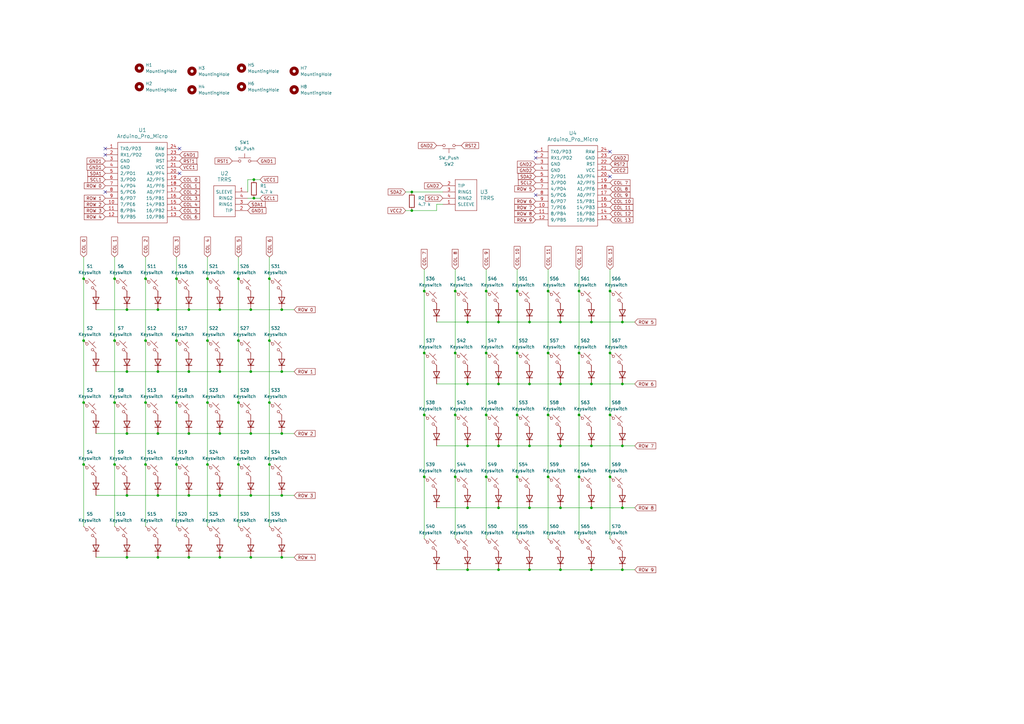
<source format=kicad_sch>
(kicad_sch (version 20230121) (generator eeschema)
  (paper "A3")
  (junction (at 102.87 228.6))
  (junction (at 115.57 203.2))
  (junction (at 217.17 132.08))
  (junction (at 34.29 114.3))
  (junction (at 250.19 170.18))
  (junction (at 168.91 78.74))
  (junction (at 212.09 119.38))
  (junction (at 72.39 190.5))
  (junction (at 242.57 233.68))
  (junction (at 255.27 182.88))
  (junction (at 229.87 132.08))
  (junction (at 97.79 114.3))
  (junction (at 191.77 233.68))
  (junction (at 115.57 177.8))
  (junction (at 168.91 86.36))
  (junction (at 90.17 203.2))
  (junction (at 173.99 195.58))
  (junction (at 229.87 208.28))
  (junction (at 64.77 152.4))
  (junction (at 217.17 157.48))
  (junction (at 229.87 182.88))
  (junction (at 173.99 119.38))
  (junction (at 199.39 195.58))
  (junction (at 52.07 203.2))
  (junction (at 102.87 177.8))
  (junction (at 186.69 170.18))
  (junction (at 186.69 144.78))
  (junction (at 224.79 170.18))
  (junction (at 204.47 132.08))
  (junction (at 85.09 139.7))
  (junction (at 52.07 152.4))
  (junction (at 224.79 195.58))
  (junction (at 77.47 228.6))
  (junction (at 59.69 190.5))
  (junction (at 217.17 208.28))
  (junction (at 242.57 132.08))
  (junction (at 250.19 119.38))
  (junction (at 224.79 144.78))
  (junction (at 237.49 144.78))
  (junction (at 110.49 114.3))
  (junction (at 90.17 177.8))
  (junction (at 77.47 177.8))
  (junction (at 186.69 195.58))
  (junction (at 204.47 208.28))
  (junction (at 255.27 233.68))
  (junction (at 237.49 119.38))
  (junction (at 34.29 165.1))
  (junction (at 224.79 119.38))
  (junction (at 255.27 132.08))
  (junction (at 52.07 177.8))
  (junction (at 173.99 144.78))
  (junction (at 191.77 208.28))
  (junction (at 64.77 228.6))
  (junction (at 186.69 119.38))
  (junction (at 212.09 144.78))
  (junction (at 102.87 203.2))
  (junction (at 102.87 152.4))
  (junction (at 212.09 170.18))
  (junction (at 229.87 157.48))
  (junction (at 72.39 114.3))
  (junction (at 77.47 203.2))
  (junction (at 97.79 139.7))
  (junction (at 34.29 190.5))
  (junction (at 237.49 195.58))
  (junction (at 204.47 157.48))
  (junction (at 212.09 195.58))
  (junction (at 191.77 182.88))
  (junction (at 217.17 182.88))
  (junction (at 250.19 195.58))
  (junction (at 217.17 233.68))
  (junction (at 85.09 114.3))
  (junction (at 52.07 127))
  (junction (at 64.77 127))
  (junction (at 64.77 203.2))
  (junction (at 191.77 132.08))
  (junction (at 229.87 233.68))
  (junction (at 46.99 165.1))
  (junction (at 191.77 157.48))
  (junction (at 199.39 144.78))
  (junction (at 77.47 152.4))
  (junction (at 34.29 139.7))
  (junction (at 115.57 152.4))
  (junction (at 46.99 114.3))
  (junction (at 46.99 190.5))
  (junction (at 72.39 165.1))
  (junction (at 204.47 233.68))
  (junction (at 242.57 157.48))
  (junction (at 85.09 165.1))
  (junction (at 199.39 170.18))
  (junction (at 237.49 170.18))
  (junction (at 110.49 190.5))
  (junction (at 85.09 190.5))
  (junction (at 115.57 127))
  (junction (at 52.07 228.6))
  (junction (at 199.39 119.38))
  (junction (at 90.17 228.6))
  (junction (at 242.57 208.28))
  (junction (at 90.17 127))
  (junction (at 59.69 165.1))
  (junction (at 173.99 170.18))
  (junction (at 255.27 208.28))
  (junction (at 255.27 157.48))
  (junction (at 242.57 182.88))
  (junction (at 77.47 127))
  (junction (at 102.87 127))
  (junction (at 59.69 114.3))
  (junction (at 250.19 144.78))
  (junction (at 104.14 81.28))
  (junction (at 115.57 228.6))
  (junction (at 97.79 165.1))
  (junction (at 110.49 165.1))
  (junction (at 72.39 139.7))
  (junction (at 64.77 177.8))
  (junction (at 59.69 139.7))
  (junction (at 204.47 182.88))
  (junction (at 46.99 139.7))
  (junction (at 97.79 190.5))
  (junction (at 110.49 139.7))
  (junction (at 90.17 152.4))
  (junction (at 104.14 73.66))
  (no_connect (at 219.71 80.01))
  (no_connect (at 43.18 78.74))
  (no_connect (at 43.18 60.96))
  (no_connect (at 250.19 72.39))
  (no_connect (at 73.66 60.96))
  (no_connect (at 250.19 62.23))
  (no_connect (at 73.66 71.12))
  (no_connect (at 219.71 64.77))
  (no_connect (at 43.18 63.5))
  (no_connect (at 219.71 62.23))
  (wire (pts (xy 110.49 165.1) (xy 110.49 190.5)))
  (wire (pts (xy 85.09 139.7) (xy 85.09 165.1)))
  (wire (pts (xy 64.77 152.4) (xy 77.47 152.4)))
  (wire (pts (xy 64.77 203.2) (xy 77.47 203.2)))
  (wire (pts (xy 250.19 144.78) (xy 250.19 170.18)))
  (wire (pts (xy 64.77 127) (xy 77.47 127)))
  (wire (pts (xy 212.09 110.49) (xy 212.09 119.38)))
  (wire (pts (xy 72.39 190.5) (xy 72.39 215.9)))
  (wire (pts (xy 237.49 170.18) (xy 237.49 195.58)))
  (wire (pts (xy 77.47 203.2) (xy 90.17 203.2)))
  (wire (pts (xy 242.57 233.68) (xy 255.27 233.68)))
  (wire (pts (xy 242.57 182.88) (xy 255.27 182.88)))
  (wire (pts (xy 237.49 195.58) (xy 237.49 220.98)))
  (wire (pts (xy 110.49 114.3) (xy 110.49 139.7)))
  (wire (pts (xy 59.69 105.41) (xy 59.69 114.3)))
  (wire (pts (xy 199.39 110.49) (xy 199.39 119.38)))
  (wire (pts (xy 39.37 127) (xy 52.07 127)))
  (wire (pts (xy 52.07 203.2) (xy 64.77 203.2)))
  (wire (pts (xy 191.77 208.28) (xy 204.47 208.28)))
  (wire (pts (xy 242.57 132.08) (xy 255.27 132.08)))
  (wire (pts (xy 204.47 182.88) (xy 217.17 182.88)))
  (wire (pts (xy 217.17 233.68) (xy 229.87 233.68)))
  (wire (pts (xy 59.69 190.5) (xy 59.69 215.9)))
  (wire (pts (xy 186.69 170.18) (xy 186.69 195.58)))
  (wire (pts (xy 85.09 114.3) (xy 85.09 139.7)))
  (wire (pts (xy 110.49 190.5) (xy 110.49 215.9)))
  (wire (pts (xy 250.19 170.18) (xy 250.19 195.58)))
  (wire (pts (xy 39.37 152.4) (xy 52.07 152.4)))
  (wire (pts (xy 77.47 127) (xy 90.17 127)))
  (wire (pts (xy 255.27 157.48) (xy 260.35 157.48)))
  (wire (pts (xy 97.79 190.5) (xy 97.79 215.9)))
  (wire (pts (xy 102.87 177.8) (xy 115.57 177.8)))
  (wire (pts (xy 191.77 233.68) (xy 204.47 233.68)))
  (wire (pts (xy 229.87 182.88) (xy 242.57 182.88)))
  (wire (pts (xy 179.07 83.82) (xy 181.61 83.82)))
  (wire (pts (xy 199.39 144.78) (xy 199.39 170.18)))
  (wire (pts (xy 77.47 177.8) (xy 90.17 177.8)))
  (wire (pts (xy 224.79 110.49) (xy 224.79 119.38)))
  (wire (pts (xy 186.69 110.49) (xy 186.69 119.38)))
  (wire (pts (xy 212.09 195.58) (xy 212.09 220.98)))
  (wire (pts (xy 64.77 228.6) (xy 77.47 228.6)))
  (wire (pts (xy 52.07 152.4) (xy 64.77 152.4)))
  (wire (pts (xy 115.57 203.2) (xy 120.65 203.2)))
  (wire (pts (xy 46.99 139.7) (xy 46.99 165.1)))
  (wire (pts (xy 204.47 132.08) (xy 217.17 132.08)))
  (wire (pts (xy 85.09 165.1) (xy 85.09 190.5)))
  (wire (pts (xy 173.99 110.49) (xy 173.99 119.38)))
  (wire (pts (xy 72.39 165.1) (xy 72.39 190.5)))
  (wire (pts (xy 212.09 170.18) (xy 212.09 195.58)))
  (wire (pts (xy 59.69 139.7) (xy 59.69 165.1)))
  (wire (pts (xy 115.57 177.8) (xy 120.65 177.8)))
  (wire (pts (xy 46.99 114.3) (xy 46.99 139.7)))
  (wire (pts (xy 204.47 233.68) (xy 217.17 233.68)))
  (wire (pts (xy 186.69 195.58) (xy 186.69 220.98)))
  (wire (pts (xy 72.39 139.7) (xy 72.39 165.1)))
  (wire (pts (xy 85.09 190.5) (xy 85.09 215.9)))
  (wire (pts (xy 173.99 144.78) (xy 173.99 170.18)))
  (wire (pts (xy 173.99 170.18) (xy 173.99 195.58)))
  (wire (pts (xy 224.79 119.38) (xy 224.79 144.78)))
  (wire (pts (xy 46.99 105.41) (xy 46.99 114.3)))
  (wire (pts (xy 242.57 157.48) (xy 255.27 157.48)))
  (wire (pts (xy 179.07 233.68) (xy 191.77 233.68)))
  (wire (pts (xy 191.77 157.48) (xy 204.47 157.48)))
  (wire (pts (xy 104.14 73.66) (xy 106.68 73.66)))
  (wire (pts (xy 110.49 105.41) (xy 110.49 114.3)))
  (wire (pts (xy 52.07 177.8) (xy 64.77 177.8)))
  (wire (pts (xy 102.87 152.4) (xy 115.57 152.4)))
  (wire (pts (xy 250.19 110.49) (xy 250.19 119.38)))
  (wire (pts (xy 255.27 182.88) (xy 260.35 182.88)))
  (wire (pts (xy 104.14 81.28) (xy 106.68 81.28)))
  (wire (pts (xy 101.6 81.28) (xy 104.14 81.28)))
  (wire (pts (xy 179.07 182.88) (xy 191.77 182.88)))
  (wire (pts (xy 255.27 208.28) (xy 260.35 208.28)))
  (wire (pts (xy 34.29 139.7) (xy 34.29 165.1)))
  (wire (pts (xy 110.49 139.7) (xy 110.49 165.1)))
  (wire (pts (xy 101.6 78.74) (xy 101.6 73.66)))
  (wire (pts (xy 229.87 157.48) (xy 242.57 157.48)))
  (wire (pts (xy 212.09 119.38) (xy 212.09 144.78)))
  (wire (pts (xy 229.87 208.28) (xy 242.57 208.28)))
  (wire (pts (xy 217.17 182.88) (xy 229.87 182.88)))
  (wire (pts (xy 72.39 114.3) (xy 72.39 139.7)))
  (wire (pts (xy 97.79 139.7) (xy 97.79 165.1)))
  (wire (pts (xy 179.07 86.36) (xy 179.07 83.82)))
  (wire (pts (xy 77.47 228.6) (xy 90.17 228.6)))
  (wire (pts (xy 255.27 233.68) (xy 260.35 233.68)))
  (wire (pts (xy 102.87 228.6) (xy 115.57 228.6)))
  (wire (pts (xy 191.77 182.88) (xy 204.47 182.88)))
  (wire (pts (xy 46.99 165.1) (xy 46.99 190.5)))
  (wire (pts (xy 212.09 144.78) (xy 212.09 170.18)))
  (wire (pts (xy 179.07 157.48) (xy 191.77 157.48)))
  (wire (pts (xy 90.17 228.6) (xy 102.87 228.6)))
  (wire (pts (xy 217.17 157.48) (xy 229.87 157.48)))
  (wire (pts (xy 199.39 170.18) (xy 199.39 195.58)))
  (wire (pts (xy 34.29 114.3) (xy 34.29 139.7)))
  (wire (pts (xy 237.49 119.38) (xy 237.49 144.78)))
  (wire (pts (xy 39.37 203.2) (xy 52.07 203.2)))
  (wire (pts (xy 64.77 177.8) (xy 77.47 177.8)))
  (wire (pts (xy 217.17 132.08) (xy 229.87 132.08)))
  (wire (pts (xy 34.29 165.1) (xy 34.29 190.5)))
  (wire (pts (xy 97.79 165.1) (xy 97.79 190.5)))
  (wire (pts (xy 115.57 127) (xy 120.65 127)))
  (wire (pts (xy 166.37 86.36) (xy 168.91 86.36)))
  (wire (pts (xy 199.39 195.58) (xy 199.39 220.98)))
  (wire (pts (xy 217.17 208.28) (xy 229.87 208.28)))
  (wire (pts (xy 168.91 86.36) (xy 179.07 86.36)))
  (wire (pts (xy 34.29 105.41) (xy 34.29 114.3)))
  (wire (pts (xy 90.17 203.2) (xy 102.87 203.2)))
  (wire (pts (xy 39.37 228.6) (xy 52.07 228.6)))
  (wire (pts (xy 52.07 228.6) (xy 64.77 228.6)))
  (wire (pts (xy 186.69 119.38) (xy 186.69 144.78)))
  (wire (pts (xy 191.77 132.08) (xy 204.47 132.08)))
  (wire (pts (xy 72.39 105.41) (xy 72.39 114.3)))
  (wire (pts (xy 97.79 105.41) (xy 97.79 114.3)))
  (wire (pts (xy 242.57 208.28) (xy 255.27 208.28)))
  (wire (pts (xy 90.17 127) (xy 102.87 127)))
  (wire (pts (xy 52.07 127) (xy 64.77 127)))
  (wire (pts (xy 115.57 152.4) (xy 120.65 152.4)))
  (wire (pts (xy 237.49 110.49) (xy 237.49 119.38)))
  (wire (pts (xy 77.47 152.4) (xy 90.17 152.4)))
  (wire (pts (xy 168.91 78.74) (xy 181.61 78.74)))
  (wire (pts (xy 199.39 119.38) (xy 199.39 144.78)))
  (wire (pts (xy 173.99 195.58) (xy 173.99 220.98)))
  (wire (pts (xy 97.79 114.3) (xy 97.79 139.7)))
  (wire (pts (xy 250.19 195.58) (xy 250.19 220.98)))
  (wire (pts (xy 102.87 127) (xy 115.57 127)))
  (wire (pts (xy 90.17 152.4) (xy 102.87 152.4)))
  (wire (pts (xy 204.47 157.48) (xy 217.17 157.48)))
  (wire (pts (xy 39.37 177.8) (xy 52.07 177.8)))
  (wire (pts (xy 46.99 190.5) (xy 46.99 215.9)))
  (wire (pts (xy 102.87 203.2) (xy 115.57 203.2)))
  (wire (pts (xy 85.09 105.41) (xy 85.09 114.3)))
  (wire (pts (xy 229.87 233.68) (xy 242.57 233.68)))
  (wire (pts (xy 250.19 119.38) (xy 250.19 144.78)))
  (wire (pts (xy 179.07 132.08) (xy 191.77 132.08)))
  (wire (pts (xy 173.99 119.38) (xy 173.99 144.78)))
  (wire (pts (xy 101.6 73.66) (xy 104.14 73.66)))
  (wire (pts (xy 237.49 144.78) (xy 237.49 170.18)))
  (wire (pts (xy 59.69 114.3) (xy 59.69 139.7)))
  (wire (pts (xy 115.57 228.6) (xy 120.65 228.6)))
  (wire (pts (xy 186.69 144.78) (xy 186.69 170.18)))
  (wire (pts (xy 166.37 78.74) (xy 168.91 78.74)))
  (wire (pts (xy 229.87 132.08) (xy 242.57 132.08)))
  (wire (pts (xy 224.79 170.18) (xy 224.79 195.58)))
  (wire (pts (xy 204.47 208.28) (xy 217.17 208.28)))
  (wire (pts (xy 224.79 195.58) (xy 224.79 220.98)))
  (wire (pts (xy 90.17 177.8) (xy 102.87 177.8)))
  (wire (pts (xy 255.27 132.08) (xy 260.35 132.08)))
  (wire (pts (xy 59.69 165.1) (xy 59.69 190.5)))
  (wire (pts (xy 179.07 208.28) (xy 191.77 208.28)))
  (wire (pts (xy 224.79 144.78) (xy 224.79 170.18)))
  (wire (pts (xy 34.29 190.5) (xy 34.29 215.9)))
  (global_label "COL 13" (shape input) (at 250.19 110.49 90) (property "Intersheetrefs" "${INTERSHEET_REFS}" (effects hide)))
  (global_label "COL 9" (shape input) (at 199.39 110.49 90) (property "Intersheetrefs" "${INTERSHEET_REFS}" (effects hide)))
  (global_label "COL 10" (shape input) (at 250.19 82.55 0) (property "Intersheetrefs" "${INTERSHEET_REFS}" (effects hide)))
  (global_label "COL 5" (shape input) (at 73.66 86.36 0) (property "Intersheetrefs" "${INTERSHEET_REFS}" (effects hide)))
  (global_label "COL 5" (shape input) (at 97.79 105.41 90) (property "Intersheetrefs" "${INTERSHEET_REFS}" (effects hide)))
  (global_label "COL 1" (shape input) (at 73.66 76.2 0) (property "Intersheetrefs" "${INTERSHEET_REFS}" (effects hide)))
  (global_label "VCC2" (shape input) (at 250.19 69.85 0) (property "Intersheetrefs" "${INTERSHEET_REFS}" (effects hide)))
  (global_label "GND2" (shape input) (at 250.19 64.77 0) (property "Intersheetrefs" "${INTERSHEET_REFS}" (effects hide)))
  (global_label "COL 10" (shape input) (at 212.09 110.49 90) (property "Intersheetrefs" "${INTERSHEET_REFS}" (effects hide)))
  (global_label "ROW 5" (shape input) (at 219.71 77.47 180) (property "Intersheetrefs" "${INTERSHEET_REFS}" (effects hide)))
  (global_label "ROW 6" (shape input) (at 219.71 82.55 180) (property "Intersheetrefs" "${INTERSHEET_REFS}" (effects hide)))
  (global_label "SDA1" (shape input) (at 43.18 71.12 180) (property "Intersheetrefs" "${INTERSHEET_REFS}" (effects hide)))
  (global_label "ROW 9" (shape input) (at 219.71 90.17 180) (property "Intersheetrefs" "${INTERSHEET_REFS}" (effects hide)))
  (global_label "GND1" (shape input) (at 105.41 66.04 0) (property "Intersheetrefs" "${INTERSHEET_REFS}" (effects hide)))
  (global_label "COL 7" (shape input) (at 250.19 74.93 0) (property "Intersheetrefs" "${INTERSHEET_REFS}" (effects hide)))
  (global_label "COL 8" (shape input) (at 250.19 77.47 0) (property "Intersheetrefs" "${INTERSHEET_REFS}" (effects hide)))
  (global_label "GND1" (shape input) (at 73.66 63.5 0) (property "Intersheetrefs" "${INTERSHEET_REFS}" (effects hide)))
  (global_label "SDA2" (shape input) (at 166.37 78.74 180) (property "Intersheetrefs" "${INTERSHEET_REFS}" (effects hide)))
  (global_label "ROW 0" (shape input) (at 120.65 127 0) (property "Intersheetrefs" "${INTERSHEET_REFS}" (effects hide)))
  (global_label "COL 1" (shape input) (at 46.99 105.41 90) (property "Intersheetrefs" "${INTERSHEET_REFS}" (effects hide)))
  (global_label "SCL1" (shape input) (at 43.18 73.66 180) (property "Intersheetrefs" "${INTERSHEET_REFS}" (effects hide)))
  (global_label "GND1" (shape input) (at 43.18 68.58 180) (property "Intersheetrefs" "${INTERSHEET_REFS}" (effects hide)))
  (global_label "ROW 8" (shape input) (at 260.35 208.28 0) (property "Intersheetrefs" "${INTERSHEET_REFS}" (effects hide)))
  (global_label "GND1" (shape input) (at 101.6 86.36 0) (property "Intersheetrefs" "${INTERSHEET_REFS}" (effects hide)))
  (global_label "ROW 1" (shape input) (at 120.65 152.4 0) (property "Intersheetrefs" "${INTERSHEET_REFS}" (effects hide)))
  (global_label "VCC1" (shape input) (at 73.66 68.58 0) (property "Intersheetrefs" "${INTERSHEET_REFS}" (effects hide)))
  (global_label "COL 12" (shape input) (at 250.19 87.63 0) (property "Intersheetrefs" "${INTERSHEET_REFS}" (effects hide)))
  (global_label "SCL2" (shape input) (at 219.71 74.93 180) (property "Intersheetrefs" "${INTERSHEET_REFS}" (effects hide)))
  (global_label "COL 8" (shape input) (at 186.69 110.49 90) (property "Intersheetrefs" "${INTERSHEET_REFS}" (effects hide)))
  (global_label "VCC1" (shape input) (at 106.68 73.66 0) (property "Intersheetrefs" "${INTERSHEET_REFS}" (effects hide)))
  (global_label "COL 0" (shape input) (at 34.29 105.41 90) (property "Intersheetrefs" "${INTERSHEET_REFS}" (effects hide)))
  (global_label "SCL1" (shape input) (at 106.68 81.28 0) (property "Intersheetrefs" "${INTERSHEET_REFS}" (effects hide)))
  (global_label "COL 9" (shape input) (at 250.19 80.01 0) (property "Intersheetrefs" "${INTERSHEET_REFS}" (effects hide)))
  (global_label "COL 12" (shape input) (at 237.49 110.49 90) (property "Intersheetrefs" "${INTERSHEET_REFS}" (effects hide)))
  (global_label "COL 4" (shape input) (at 85.09 105.41 90) (property "Intersheetrefs" "${INTERSHEET_REFS}" (effects hide)))
  (global_label "ROW 2" (shape input) (at 43.18 83.82 180) (property "Intersheetrefs" "${INTERSHEET_REFS}" (effects hide)))
  (global_label "GND2" (shape input) (at 181.61 76.2 180) (property "Intersheetrefs" "${INTERSHEET_REFS}" (effects hide)))
  (global_label "RST1" (shape input) (at 95.25 66.04 180) (property "Intersheetrefs" "${INTERSHEET_REFS}" (effects hide)))
  (global_label "COL 0" (shape input) (at 73.66 73.66 0) (property "Intersheetrefs" "${INTERSHEET_REFS}" (effects hide)))
  (global_label "GND2" (shape input) (at 219.71 67.31 180) (property "Intersheetrefs" "${INTERSHEET_REFS}" (effects hide)))
  (global_label "COL 11" (shape input) (at 250.19 85.09 0) (property "Intersheetrefs" "${INTERSHEET_REFS}" (effects hide)))
  (global_label "COL 6" (shape input) (at 110.49 105.41 90) (property "Intersheetrefs" "${INTERSHEET_REFS}" (effects hide)))
  (global_label "ROW 6" (shape input) (at 260.35 157.48 0) (property "Intersheetrefs" "${INTERSHEET_REFS}" (effects hide)))
  (global_label "COL 6" (shape input) (at 73.66 88.9 0) (property "Intersheetrefs" "${INTERSHEET_REFS}" (effects hide)))
  (global_label "COL 13" (shape input) (at 250.19 90.17 0) (property "Intersheetrefs" "${INTERSHEET_REFS}" (effects hide)))
  (global_label "ROW 3" (shape input) (at 120.65 203.2 0) (property "Intersheetrefs" "${INTERSHEET_REFS}" (effects hide)))
  (global_label "ROW 3" (shape input) (at 43.18 86.36 180) (property "Intersheetrefs" "${INTERSHEET_REFS}" (effects hide)))
  (global_label "ROW 0" (shape input) (at 43.18 76.2 180) (property "Intersheetrefs" "${INTERSHEET_REFS}" (effects hide)))
  (global_label "COL 2" (shape input) (at 73.66 78.74 0) (property "Intersheetrefs" "${INTERSHEET_REFS}" (effects hide)))
  (global_label "RST2" (shape input) (at 189.23 59.69 0) (property "Intersheetrefs" "${INTERSHEET_REFS}" (effects hide)))
  (global_label "COL 11" (shape input) (at 224.79 110.49 90) (property "Intersheetrefs" "${INTERSHEET_REFS}" (effects hide)))
  (global_label "COL 3" (shape input) (at 73.66 81.28 0) (property "Intersheetrefs" "${INTERSHEET_REFS}" (effects hide)))
  (global_label "GND2" (shape input) (at 179.07 59.69 180) (property "Intersheetrefs" "${INTERSHEET_REFS}" (effects hide)))
  (global_label "SDA2" (shape input) (at 219.71 72.39 180) (property "Intersheetrefs" "${INTERSHEET_REFS}" (effects hide)))
  (global_label "ROW 5" (shape input) (at 260.35 132.08 0) (property "Intersheetrefs" "${INTERSHEET_REFS}" (effects hide)))
  (global_label "ROW 4" (shape input) (at 43.18 88.9 180) (property "Intersheetrefs" "${INTERSHEET_REFS}" (effects hide)))
  (global_label "ROW 2" (shape input) (at 120.65 177.8 0) (property "Intersheetrefs" "${INTERSHEET_REFS}" (effects hide)))
  (global_label "RST1" (shape input) (at 73.66 66.04 0) (property "Intersheetrefs" "${INTERSHEET_REFS}" (effects hide)))
  (global_label "COL 7" (shape input) (at 173.99 110.49 90) (property "Intersheetrefs" "${INTERSHEET_REFS}" (effects hide)))
  (global_label "ROW 1" (shape input) (at 43.18 81.28 180) (property "Intersheetrefs" "${INTERSHEET_REFS}" (effects hide)))
  (global_label "GND2" (shape input) (at 219.71 69.85 180) (property "Intersheetrefs" "${INTERSHEET_REFS}" (effects hide)))
  (global_label "ROW 7" (shape input) (at 260.35 182.88 0) (property "Intersheetrefs" "${INTERSHEET_REFS}" (effects hide)))
  (global_label "SCL2" (shape input) (at 181.61 81.28 180) (property "Intersheetrefs" "${INTERSHEET_REFS}" (effects hide)))
  (global_label "ROW 7" (shape input) (at 219.71 85.09 180) (property "Intersheetrefs" "${INTERSHEET_REFS}" (effects hide)))
  (global_label "RST2" (shape input) (at 250.19 67.31 0) (property "Intersheetrefs" "${INTERSHEET_REFS}" (effects hide)))
  (global_label "ROW 4" (shape input) (at 120.65 228.6 0) (property "Intersheetrefs" "${INTERSHEET_REFS}" (effects hide)))
  (global_label "VCC2" (shape input) (at 166.37 86.36 180) (property "Intersheetrefs" "${INTERSHEET_REFS}" (effects hide)))
  (global_label "ROW 9" (shape input) (at 260.35 233.68 0) (property "Intersheetrefs" "${INTERSHEET_REFS}" (effects hide)))
  (global_label "COL 4" (shape input) (at 73.66 83.82 0) (property "Intersheetrefs" "${INTERSHEET_REFS}" (effects hide)))
  (global_label "COL 3" (shape input) (at 72.39 105.41 90) (property "Intersheetrefs" "${INTERSHEET_REFS}" (effects hide)))
  (global_label "SDA1" (shape input) (at 101.6 83.82 0) (property "Intersheetrefs" "${INTERSHEET_REFS}" (effects hide)))
  (global_label "COL 2" (shape input) (at 59.69 105.41 90) (property "Intersheetrefs" "${INTERSHEET_REFS}" (effects hide)))
  (global_label "ROW 8" (shape input) (at 219.71 87.63 180) (property "Intersheetrefs" "${INTERSHEET_REFS}" (effects hide)))
  (global_label "GND1" (shape input) (at 43.18 66.04 180) (property "Intersheetrefs" "${INTERSHEET_REFS}" (effects hide)))
  (symbol (lib_id "ScottoKeebs:Placeholder_Diode") (at 64.77 148.59 90) (unit 1)
    (property "Reference" "D12" (effects hide))
    (property "Value" "Diode" (effects hide))
    (property "Footprint" "ScottoKeebs_Components:Diode_DO-35" (effects hide))
    (property "Sim.Device" "D" (effects hide))
    (property "Sim.Pins" "1=K 2=A" (effects hide))
  )
  (symbol (lib_id "ScottoKeebs:Placeholder_Keyswitch") (at 62.23 193.04 0) (unit 1)
    (property "Reference" "S14" (at 62.23 185.42 0))
    (property "Value" "Keyswitch" (at 62.23 187.96 0))
    (property "Footprint" "ScottoKeebs_Hotswap:Hotswap_Choc_V1_1.00u" (effects hide))
  )
  (symbol (lib_id "ScottoKeebs:Placeholder_Keyswitch") (at 252.73 198.12 0) (unit 1)
    (property "Reference" "S69" (at 252.73 190.5 0))
    (property "Value" "Keyswitch" (at 252.73 193.04 0))
    (property "Footprint" "ScottoKeebs_Hotswap:Hotswap_Choc_V1_1.00u" (effects hide))
  )
  (symbol (lib_id "ScottoKeebs:Placeholder_Diode") (at 102.87 148.59 90) (unit 1)
    (property "Reference" "D27" (effects hide))
    (property "Value" "Diode" (effects hide))
    (property "Footprint" "ScottoKeebs_Components:Diode_DO-35" (effects hide))
    (property "Sim.Device" "D" (effects hide))
    (property "Sim.Pins" "1=K 2=A" (effects hide))
  )
  (symbol (lib_id "ScottoKeebs:Placeholder_Diode") (at 115.57 199.39 90) (unit 1)
    (property "Reference" "D34" (effects hide))
    (property "Value" "Diode" (effects hide))
    (property "Footprint" "ScottoKeebs_Components:Diode_DO-35" (effects hide))
    (property "Sim.Device" "D" (effects hide))
    (property "Sim.Pins" "1=K 2=A" (effects hide))
  )
  (symbol (lib_id "Mechanical:MountingHole") (at 57.15 35.56 0) (unit 1)
    (property "Reference" "H2" (at 59.69 34.29 0) (effects (justify left)))
    (property "Value" "MountingHole" (at 59.69 36.83 0) (effects (justify left)))
    (property "Footprint" "MountingHole:MountingHole_4.3mm_M4" (effects hide))
  )
  (symbol (lib_id "ScottoKeebs:Placeholder_Diode") (at 242.57 179.07 90) (unit 1)
    (property "Reference" "D63" (effects hide))
    (property "Value" "Diode" (effects hide))
    (property "Footprint" "ScottoKeebs_Components:Diode_DO-35" (effects hide))
    (property "Sim.Device" "D" (effects hide))
    (property "Sim.Pins" "1=K 2=A" (effects hide))
  )
  (symbol (lib_id "ScottoKeebs:Placeholder_Keyswitch") (at 100.33 218.44 0) (unit 1)
    (property "Reference" "S30" (at 100.33 210.82 0))
    (property "Value" "Keyswitch" (at 100.33 213.36 0))
    (property "Footprint" "ScottoKeebs_Hotswap:Hotswap_Choc_V1_1.50u" (effects hide))
  )
  (symbol (lib_id "ScottoKeebs:Placeholder_Keyswitch") (at 49.53 193.04 0) (unit 1)
    (property "Reference" "S9" (at 49.53 185.42 0))
    (property "Value" "Keyswitch" (at 49.53 187.96 0))
    (property "Footprint" "ScottoKeebs_Hotswap:Hotswap_Choc_V1_1.00u" (effects hide))
  )
  (symbol (lib_id "ScottoKeebs:Placeholder_Keyswitch") (at 189.23 121.92 0) (unit 1)
    (property "Reference" "S41" (at 189.23 114.3 0))
    (property "Value" "Keyswitch" (at 189.23 116.84 0))
    (property "Footprint" "ScottoKeebs_Hotswap:Hotswap_Choc_V1_1.00u" (effects hide))
  )
  (symbol (lib_id "ScottoKeebs:Placeholder_Diode") (at 77.47 123.19 90) (unit 1)
    (property "Reference" "D16" (effects hide))
    (property "Value" "Diode" (effects hide))
    (property "Footprint" "ScottoKeebs_Components:Diode_DO-35" (effects hide))
    (property "Sim.Device" "D" (effects hide))
    (property "Sim.Pins" "1=K 2=A" (effects hide))
  )
  (symbol (lib_id "ScottoKeebs:Placeholder_Keyswitch") (at 176.53 172.72 0) (unit 1)
    (property "Reference" "S38" (at 176.53 165.1 0))
    (property "Value" "Keyswitch" (at 176.53 167.64 0))
    (property "Footprint" "ScottoKeebs_Hotswap:Hotswap_Choc_V1_1.00u" (effects hide))
  )
  (symbol (lib_id "ScottoKeebs:Placeholder_Keyswitch") (at 176.53 223.52 0) (unit 1)
    (property "Reference" "S40" (at 176.53 215.9 0))
    (property "Value" "Keyswitch" (at 176.53 218.44 0))
    (property "Footprint" "ScottoKeebs_Hotswap:Hotswap_Choc_V1_1.50u" (effects hide))
  )
  (symbol (lib_id "ScottoKeebs:Placeholder_Diode") (at 242.57 128.27 90) (unit 1)
    (property "Reference" "D61" (effects hide))
    (property "Value" "Diode" (effects hide))
    (property "Footprint" "ScottoKeebs_Components:Diode_DO-35" (effects hide))
    (property "Sim.Device" "D" (effects hide))
    (property "Sim.Pins" "1=K 2=A" (effects hide))
  )
  (symbol (lib_id "ScottoKeebs:Placeholder_Keyswitch") (at 74.93 116.84 0) (unit 1)
    (property "Reference" "S16" (at 74.93 109.22 0))
    (property "Value" "Keyswitch" (at 74.93 111.76 0))
    (property "Footprint" "ScottoKeebs_Hotswap:Hotswap_Choc_V1_1.00u" (effects hide))
  )
  (symbol (lib_id "ScottoKeebs:Placeholder_Diode") (at 179.07 179.07 90) (unit 1)
    (property "Reference" "D38" (effects hide))
    (property "Value" "Diode" (effects hide))
    (property "Footprint" "ScottoKeebs_Components:Diode_DO-35" (effects hide))
    (property "Sim.Device" "D" (effects hide))
    (property "Sim.Pins" "1=K 2=A" (effects hide))
  )
  (symbol (lib_id "ScottoKeebs:Placeholder_Diode") (at 204.47 128.27 90) (unit 1)
    (property "Reference" "D46" (effects hide))
    (property "Value" "Diode" (effects hide))
    (property "Footprint" "ScottoKeebs_Components:Diode_DO-35" (effects hide))
    (property "Sim.Device" "D" (effects hide))
    (property "Sim.Pins" "1=K 2=A" (effects hide))
  )
  (symbol (lib_id "ScottoKeebs:Placeholder_Keyswitch") (at 214.63 147.32 0) (unit 1)
    (property "Reference" "S52" (at 214.63 139.7 0))
    (property "Value" "Keyswitch" (at 214.63 142.24 0))
    (property "Footprint" "ScottoKeebs_Hotswap:Hotswap_Choc_V1_1.00u" (effects hide))
  )
  (symbol (lib_id "ScottoKeebs:Placeholder_Diode") (at 255.27 153.67 90) (unit 1)
    (property "Reference" "D67" (effects hide))
    (property "Value" "Diode" (effects hide))
    (property "Footprint" "ScottoKeebs_Components:Diode_DO-35" (effects hide))
    (property "Sim.Device" "D" (effects hide))
    (property "Sim.Pins" "1=K 2=A" (effects hide))
  )
  (symbol (lib_id "ScottoKeebs:Placeholder_Keyswitch") (at 227.33 198.12 0) (unit 1)
    (property "Reference" "S59" (at 227.33 190.5 0))
    (property "Value" "Keyswitch" (at 227.33 193.04 0))
    (property "Footprint" "ScottoKeebs_Hotswap:Hotswap_Choc_V1_1.00u" (effects hide))
  )
  (symbol (lib_id "ScottoKeebs:Placeholder_Diode") (at 179.07 153.67 90) (unit 1)
    (property "Reference" "D37" (effects hide))
    (property "Value" "Diode" (effects hide))
    (property "Footprint" "ScottoKeebs_Components:Diode_DO-35" (effects hide))
    (property "Sim.Device" "D" (effects hide))
    (property "Sim.Pins" "1=K 2=A" (effects hide))
  )
  (symbol (lib_id "ScottoKeebs:Placeholder_Keyswitch") (at 113.03 193.04 0) (unit 1)
    (property "Reference" "S34" (at 113.03 185.42 0))
    (property "Value" "Keyswitch" (at 113.03 187.96 0))
    (property "Footprint" "ScottoKeebs_Hotswap:Hotswap_Choc_V1_1.00u" (effects hide))
  )
  (symbol (lib_id "ScottoKeebs:Placeholder_Keyswitch") (at 49.53 218.44 0) (unit 1)
    (property "Reference" "S10" (at 49.53 210.82 0))
    (property "Value" "Keyswitch" (at 49.53 213.36 0))
    (property "Footprint" "ScottoKeebs_Hotswap:Hotswap_Choc_V1_1.00u" (effects hide))
  )
  (symbol (lib_id "ScottoKeebs:Placeholder_Keyswitch") (at 62.23 116.84 0) (unit 1)
    (property "Reference" "S11" (at 62.23 109.22 0))
    (property "Value" "Keyswitch" (at 62.23 111.76 0))
    (property "Footprint" "ScottoKeebs_Hotswap:Hotswap_Choc_V1_1.00u" (effects hide))
  )
  (symbol (lib_id "ScottoKeebs:Placeholder_Diode") (at 255.27 229.87 90) (unit 1)
    (property "Reference" "D70" (effects hide))
    (property "Value" "Diode" (effects hide))
    (property "Footprint" "ScottoKeebs_Components:Diode_DO-35" (effects hide))
    (property "Sim.Device" "D" (effects hide))
    (property "Sim.Pins" "1=K 2=A" (effects hide))
  )
  (symbol (lib_id "ScottoKeebs:Placeholder_Keyswitch") (at 201.93 147.32 0) (unit 1)
    (property "Reference" "S47" (at 201.93 139.7 0))
    (property "Value" "Keyswitch" (at 201.93 142.24 0))
    (property "Footprint" "ScottoKeebs_Hotswap:Hotswap_Choc_V1_1.00u" (effects hide))
  )
  (symbol (lib_id "ScottoKeebs:Placeholder_Keyswitch") (at 62.23 142.24 0) (unit 1)
    (property "Reference" "S12" (at 62.23 134.62 0))
    (property "Value" "Keyswitch" (at 62.23 137.16 0))
    (property "Footprint" "ScottoKeebs_Hotswap:Hotswap_Choc_V1_1.00u" (effects hide))
  )
  (symbol (lib_id "ScottoKeebs:Placeholder_TRRS") (at 190.5 86.36 0) (unit 1)
    (property "Reference" "U3" (at 196.85 78.74 0) (effects (font (size 1.524 1.524)) (justify left)))
    (property "Value" "TRRS" (at 196.85 81.28 0) (effects (font (size 1.524 1.524)) (justify left)))
    (property "Footprint" "ScottoKeebs_Components:TRRS_PJ-320A" (effects hide))
  )
  (symbol (lib_id "Mechanical:MountingHole") (at 120.65 36.83 0) (unit 1)
    (property "Reference" "H8" (at 123.19 35.56 0) (effects (justify left)))
    (property "Value" "MountingHole" (at 123.19 38.1 0) (effects (justify left)))
    (property "Footprint" "MountingHole:MountingHole_4.3mm_M4" (effects hide))
  )
  (symbol (lib_id "ScottoKeebs:Placeholder_Diode") (at 39.37 224.79 90) (unit 1)
    (property "Reference" "D5" (effects hide))
    (property "Value" "Diode" (effects hide))
    (property "Footprint" "ScottoKeebs_Components:Diode_DO-35" (effects hide))
    (property "Sim.Device" "D" (effects hide))
    (property "Sim.Pins" "1=K 2=A" (effects hide))
  )
  (symbol (lib_id "ScottoKeebs:Placeholder_Diode") (at 102.87 123.19 90) (unit 1)
    (property "Reference" "D26" (effects hide))
    (property "Value" "Diode" (effects hide))
    (property "Footprint" "ScottoKeebs_Components:Diode_DO-35" (effects hide))
    (property "Sim.Device" "D" (effects hide))
    (property "Sim.Pins" "1=K 2=A" (effects hide))
  )
  (symbol (lib_id "ScottoKeebs:Placeholder_Keyswitch") (at 252.73 223.52 0) (unit 1)
    (property "Reference" "S70" (at 252.73 215.9 0))
    (property "Value" "Keyswitch" (at 252.73 218.44 0))
    (property "Footprint" "ScottoKeebs_Hotswap:Hotswap_Choc_V1_1.00u" (effects hide))
  )
  (symbol (lib_id "ScottoKeebs:Placeholder_Keyswitch") (at 201.93 223.52 0) (unit 1)
    (property "Reference" "S50" (at 201.93 215.9 0))
    (property "Value" "Keyswitch" (at 201.93 218.44 0))
    (property "Footprint" "ScottoKeebs_Hotswap:Hotswap_Choc_V1_1.25u" (effects hide))
  )
  (symbol (lib_id "ScottoKeebs:Placeholder_Diode") (at 229.87 229.87 90) (unit 1)
    (property "Reference" "D60" (effects hide))
    (property "Value" "Diode" (effects hide))
    (property "Footprint" "ScottoKeebs_Components:Diode_DO-35" (effects hide))
    (property "Sim.Device" "D" (effects hide))
    (property "Sim.Pins" "1=K 2=A" (effects hide))
  )
  (symbol (lib_id "ScottoKeebs:MCU_Arduino_Pro_Micro") (at 58.42 74.93 0) (unit 1)
    (property "Reference" "U1" (at 58.42 53.34 0) (effects (font (size 1.524 1.524))))
    (property "Value" "Arduino_Pro_Micro" (at 58.42 55.88 0) (effects (font (size 1.524 1.524))))
    (property "Footprint" "ScottoKeebs_MCU:Arduino_Pro_Micro" (effects hide))
  )
  (symbol (lib_id "ScottoKeebs:Placeholder_Keyswitch") (at 189.23 198.12 0) (unit 1)
    (property "Reference" "S44" (at 189.23 190.5 0))
    (property "Value" "Keyswitch" (at 189.23 193.04 0))
    (property "Footprint" "ScottoKeebs_Hotswap:Hotswap_Choc_V1_1.00u" (effects hide))
  )
  (symbol (lib_id "ScottoKeebs:Placeholder_Diode") (at 204.47 179.07 90) (unit 1)
    (property "Reference" "D48" (effects hide))
    (property "Value" "Diode" (effects hide))
    (property "Footprint" "ScottoKeebs_Components:Diode_DO-35" (effects hide))
    (property "Sim.Device" "D" (effects hide))
    (property "Sim.Pins" "1=K 2=A" (effects hide))
  )
  (symbol (lib_id "ScottoKeebs:Placeholder_Keyswitch") (at 113.03 116.84 0) (unit 1)
    (property "Reference" "S31" (at 113.03 109.22 0))
    (property "Value" "Keyswitch" (at 113.03 111.76 0))
    (property "Footprint" "ScottoKeebs_Hotswap:Hotswap_Choc_V1_1.00u" (effects hide))
  )
  (symbol (lib_id "ScottoKeebs:Placeholder_Diode") (at 204.47 204.47 90) (unit 1)
    (property "Reference" "D49" (effects hide))
    (property "Value" "Diode" (effects hide))
    (property "Footprint" "ScottoKeebs_Components:Diode_DO-35" (effects hide))
    (property "Sim.Device" "D" (effects hide))
    (property "Sim.Pins" "1=K 2=A" (effects hide))
  )
  (symbol (lib_id "ScottoKeebs:Placeholder_Keyswitch") (at 240.03 223.52 0) (unit 1)
    (property "Reference" "S65" (at 240.03 215.9 0))
    (property "Value" "Keyswitch" (at 240.03 218.44 0))
    (property "Footprint" "ScottoKeebs_Hotswap:Hotswap_Choc_V1_1.00u" (effects hide))
  )
  (symbol (lib_id "ScottoKeebs:Placeholder_Keyswitch") (at 36.83 193.04 0) (unit 1)
    (property "Reference" "S4" (at 36.83 185.42 0))
    (property "Value" "Keyswitch" (at 36.83 187.96 0))
    (property "Footprint" "ScottoKeebs_Hotswap:Hotswap_Choc_V1_1.00u" (effects hide))
  )
  (symbol (lib_id "ScottoKeebs:Placeholder_Resistor") (at 168.91 82.55 270) (unit 1)
    (property "Reference" "R2" (at 171.45 81.28 90) (effects (justify left)))
    (property "Value" "4.7 k" (at 171.45 83.82 90) (effects (justify left)))
    (property "Footprint" "Resistor_THT:R_Axial_DIN0414_L11.9mm_D4.5mm_P15.24mm_Horizontal" (effects hide))
  )
  (symbol (lib_id "ScottoKeebs:Placeholder_Keyswitch") (at 100.33 142.24 0) (unit 1)
    (property "Reference" "S27" (at 100.33 134.62 0))
    (property "Value" "Keyswitch" (at 100.33 137.16 0))
    (property "Footprint" "ScottoKeebs_Hotswap:Hotswap_Choc_V1_1.00u" (effects hide))
  )
  (symbol (lib_id "ScottoKeebs:Placeholder_Diode") (at 255.27 179.07 90) (unit 1)
    (property "Reference" "D68" (effects hide))
    (property "Value" "Diode" (effects hide))
    (property "Footprint" "ScottoKeebs_Components:Diode_DO-35" (effects hide))
    (property "Sim.Device" "D" (effects hide))
    (property "Sim.Pins" "1=K 2=A" (effects hide))
  )
  (symbol (lib_id "ScottoKeebs:Placeholder_Diode") (at 90.17 224.79 90) (unit 1)
    (property "Reference" "D25" (effects hide))
    (property "Value" "Diode" (effects hide))
    (property "Footprint" "ScottoKeebs_Components:Diode_DO-35" (effects hide))
    (property "Sim.Device" "D" (effects hide))
    (property "Sim.Pins" "1=K 2=A" (effects hide))
  )
  (symbol (lib_id "ScottoKeebs:Placeholder_Keyswitch") (at 74.93 218.44 0) (unit 1)
    (property "Reference" "S20" (at 74.93 210.82 0))
    (property "Value" "Keyswitch" (at 74.93 213.36 0))
    (property "Footprint" "ScottoKeebs_Hotswap:Hotswap_Choc_V1_1.00u" (effects hide))
  )
  (symbol (lib_id "ScottoKeebs:Placeholder_Keyswitch") (at 36.83 142.24 0) (unit 1)
    (property "Reference" "S2" (at 36.83 134.62 0))
    (property "Value" "Keyswitch" (at 36.83 137.16 0))
    (property "Footprint" "ScottoKeebs_Hotswap:Hotswap_Choc_V1_1.00u" (effects hide))
  )
  (symbol (lib_id "ScottoKeebs:Placeholder_Diode") (at 229.87 204.47 90) (unit 1)
    (property "Reference" "D59" (effects hide))
    (property "Value" "Diode" (effects hide))
    (property "Footprint" "ScottoKeebs_Components:Diode_DO-35" (effects hide))
    (property "Sim.Device" "D" (effects hide))
    (property "Sim.Pins" "1=K 2=A" (effects hide))
  )
  (symbol (lib_id "ScottoKeebs:Placeholder_Keyswitch") (at 227.33 147.32 0) (unit 1)
    (property "Reference" "S57" (at 227.33 139.7 0))
    (property "Value" "Keyswitch" (at 227.33 142.24 0))
    (property "Footprint" "ScottoKeebs_Hotswap:Hotswap_Choc_V1_1.00u" (effects hide))
  )
  (symbol (lib_id "ScottoKeebs:Placeholder_Keyswitch") (at 214.63 198.12 0) (unit 1)
    (property "Reference" "S54" (at 214.63 190.5 0))
    (property "Value" "Keyswitch" (at 214.63 193.04 0))
    (property "Footprint" "ScottoKeebs_Hotswap:Hotswap_Choc_V1_1.00u" (effects hide))
  )
  (symbol (lib_id "ScottoKeebs:Placeholder_Keyswitch") (at 62.23 167.64 0) (unit 1)
    (property "Reference" "S13" (at 62.23 160.02 0))
    (property "Value" "Keyswitch" (at 62.23 162.56 0))
    (property "Footprint" "ScottoKeebs_Hotswap:Hotswap_Choc_V1_1.00u" (effects hide))
  )
  (symbol (lib_id "ScottoKeebs:Placeholder_Diode") (at 115.57 173.99 90) (unit 1)
    (property "Reference" "D33" (effects hide))
    (property "Value" "Diode" (effects hide))
    (property "Footprint" "ScottoKeebs_Components:Diode_DO-35" (effects hide))
    (property "Sim.Device" "D" (effects hide))
    (property "Sim.Pins" "1=K 2=A" (effects hide))
  )
  (symbol (lib_id "ScottoKeebs:Placeholder_Diode") (at 115.57 148.59 90) (unit 1)
    (property "Reference" "D32" (effects hide))
    (property "Value" "Diode" (effects hide))
    (property "Footprint" "ScottoKeebs_Components:Diode_DO-35" (effects hide))
    (property "Sim.Device" "D" (effects hide))
    (property "Sim.Pins" "1=K 2=A" (effects hide))
  )
  (symbol (lib_id "ScottoKeebs:Placeholder_Keyswitch") (at 113.03 167.64 0) (unit 1)
    (property "Reference" "S33" (at 113.03 160.02 0))
    (property "Value" "Keyswitch" (at 113.03 162.56 0))
    (property "Footprint" "ScottoKeebs_Hotswap:Hotswap_Choc_V1_1.00u" (effects hide))
  )
  (symbol (lib_id "ScottoKeebs:Placeholder_Keyswitch") (at 87.63 167.64 0) (unit 1)
    (property "Reference" "S23" (at 87.63 160.02 0))
    (property "Value" "Keyswitch" (at 87.63 162.56 0))
    (property "Footprint" "ScottoKeebs_Hotswap:Hotswap_Choc_V1_1.00u" (effects hide))
  )
  (symbol (lib_id "ScottoKeebs:Placeholder_Keyswitch") (at 201.93 172.72 0) (unit 1)
    (property "Reference" "S48" (at 201.93 165.1 0))
    (property "Value" "Keyswitch" (at 201.93 167.64 0))
    (property "Footprint" "ScottoKeebs_Hotswap:Hotswap_Choc_V1_1.00u" (effects hide))
  )
  (symbol (lib_id "ScottoKeebs:Placeholder_Diode") (at 242.57 229.87 90) (unit 1)
    (property "Reference" "D65" (effects hide))
    (property "Value" "Diode" (effects hide))
    (property "Footprint" "ScottoKeebs_Components:Diode_DO-35" (effects hide))
    (property "Sim.Device" "D" (effects hide))
    (property "Sim.Pins" "1=K 2=A" (effects hide))
  )
  (symbol (lib_id "ScottoKeebs:Placeholder_Diode") (at 102.87 173.99 90) (unit 1)
    (property "Reference" "D28" (effects hide))
    (property "Value" "Diode" (effects hide))
    (property "Footprint" "ScottoKeebs_Components:Diode_DO-35" (effects hide))
    (property "Sim.Device" "D" (effects hide))
    (property "Sim.Pins" "1=K 2=A" (effects hide))
  )
  (symbol (lib_id "ScottoKeebs:Placeholder_Keyswitch") (at 240.03 147.32 0) (unit 1)
    (property "Reference" "S62" (at 240.03 139.7 0))
    (property "Value" "Keyswitch" (at 240.03 142.24 0))
    (property "Footprint" "ScottoKeebs_Hotswap:Hotswap_Choc_V1_1.00u" (effects hide))
  )
  (symbol (lib_id "ScottoKeebs:Placeholder_Keyswitch") (at 227.33 223.52 0) (unit 1)
    (property "Reference" "S60" (at 227.33 215.9 0))
    (property "Value" "Keyswitch" (at 227.33 218.44 0))
    (property "Footprint" "ScottoKeebs_Hotswap:Hotswap_Choc_V1_1.00u" (effects hide))
  )
  (symbol (lib_id "ScottoKeebs:Placeholder_Keyswitch") (at 87.63 142.24 0) (unit 1)
    (property "Reference" "S22" (at 87.63 134.62 0))
    (property "Value" "Keyswitch" (at 87.63 137.16 0))
    (property "Footprint" "ScottoKeebs_Hotswap:Hotswap_Choc_V1_1.00u" (effects hide))
  )
  (symbol (lib_id "ScottoKeebs:Placeholder_Diode") (at 191.77 128.27 90) (unit 1)
    (property "Reference" "D41" (effects hide))
    (property "Value" "Diode" (effects hide))
    (property "Footprint" "ScottoKeebs_Components:Diode_DO-35" (effects hide))
    (property "Sim.Device" "D" (effects hide))
    (property "Sim.Pins" "1=K 2=A" (effects hide))
  )
  (symbol (lib_id "ScottoKeebs:Placeholder_Diode") (at 64.77 224.79 90) (unit 1)
    (property "Reference" "D15" (effects hide))
    (property "Value" "Diode" (effects hide))
    (property "Footprint" "ScottoKeebs_Components:Diode_DO-35" (effects hide))
    (property "Sim.Device" "D" (effects hide))
    (property "Sim.Pins" "1=K 2=A" (effects hide))
  )
  (symbol (lib_id "Mechanical:MountingHole") (at 57.15 27.94 0) (unit 1)
    (property "Reference" "H1" (at 59.69 26.67 0) (effects (justify left)))
    (property "Value" "MountingHole" (at 59.69 29.21 0) (effects (justify left)))
    (property "Footprint" "MountingHole:MountingHole_4.3mm_M4" (effects hide))
  )
  (symbol (lib_id "ScottoKeebs:Placeholder_Resistor") (at 104.14 77.47 270) (unit 1)
    (property "Reference" "R1" (at 106.68 76.2 90) (effects (justify left)))
    (property "Value" "4.7 k" (at 106.68 78.74 90) (effects (justify left)))
    (property "Footprint" "Resistor_THT:R_Axial_DIN0414_L11.9mm_D4.5mm_P15.24mm_Horizontal" (effects hide))
  )
  (symbol (lib_id "ScottoKeebs:Placeholder_Diode") (at 204.47 153.67 90) (unit 1)
    (property "Reference" "D47" (effects hide))
    (property "Value" "Diode" (effects hide))
    (property "Footprint" "ScottoKeebs_Components:Diode_DO-35" (effects hide))
    (property "Sim.Device" "D" (effects hide))
    (property "Sim.Pins" "1=K 2=A" (effects hide))
  )
  (symbol (lib_id "ScottoKeebs:Placeholder_Diode") (at 52.07 173.99 90) (unit 1)
    (property "Reference" "D8" (effects hide))
    (property "Value" "Diode" (effects hide))
    (property "Footprint" "ScottoKeebs_Components:Diode_DO-35" (effects hide))
    (property "Sim.Device" "D" (effects hide))
    (property "Sim.Pins" "1=K 2=A" (effects hide))
  )
  (symbol (lib_id "ScottoKeebs:Placeholder_Diode") (at 90.17 123.19 90) (unit 1)
    (property "Reference" "D21" (effects hide))
    (property "Value" "Diode" (effects hide))
    (property "Footprint" "ScottoKeebs_Components:Diode_DO-35" (effects hide))
    (property "Sim.Device" "D" (effects hide))
    (property "Sim.Pins" "1=K 2=A" (effects hide))
  )
  (symbol (lib_id "Switch:SW_Push") (at 100.33 66.04 0) (unit 1)
    (property "Reference" "SW1" (at 100.33 58.42 0))
    (property "Value" "SW_Push" (at 100.33 60.96 0))
    (property "Footprint" "Button_Switch_SMD:SW_Push_1P1T_NO_CK_KMR2" (effects hide))
  )
  (symbol (lib_id "ScottoKeebs:Placeholder_Keyswitch") (at 74.93 167.64 0) (unit 1)
    (property "Reference" "S18" (at 74.93 160.02 0))
    (property "Value" "Keyswitch" (at 74.93 162.56 0))
    (property "Footprint" "ScottoKeebs_Hotswap:Hotswap_Choc_V1_1.00u" (effects hide))
  )
  (symbol (lib_id "ScottoKeebs:Placeholder_Keyswitch") (at 201.93 198.12 0) (unit 1)
    (property "Reference" "S49" (at 201.93 190.5 0))
    (property "Value" "Keyswitch" (at 201.93 193.04 0))
    (property "Footprint" "ScottoKeebs_Hotswap:Hotswap_Choc_V1_1.00u" (effects hide))
  )
  (symbol (lib_id "ScottoKeebs:Placeholder_Keyswitch") (at 201.93 121.92 0) (unit 1)
    (property "Reference" "S46" (at 201.93 114.3 0))
    (property "Value" "Keyswitch" (at 201.93 116.84 0))
    (property "Footprint" "ScottoKeebs_Hotswap:Hotswap_Choc_V1_1.00u" (effects hide))
  )
  (symbol (lib_id "ScottoKeebs:Placeholder_Diode") (at 77.47 148.59 90) (unit 1)
    (property "Reference" "D17" (effects hide))
    (property "Value" "Diode" (effects hide))
    (property "Footprint" "ScottoKeebs_Components:Diode_DO-35" (effects hide))
    (property "Sim.Device" "D" (effects hide))
    (property "Sim.Pins" "1=K 2=A" (effects hide))
  )
  (symbol (lib_id "ScottoKeebs:Placeholder_Diode") (at 242.57 204.47 90) (unit 1)
    (property "Reference" "D64" (effects hide))
    (property "Value" "Diode" (effects hide))
    (property "Footprint" "ScottoKeebs_Components:Diode_DO-35" (effects hide))
    (property "Sim.Device" "D" (effects hide))
    (property "Sim.Pins" "1=K 2=A" (effects hide))
  )
  (symbol (lib_id "ScottoKeebs:Placeholder_Diode") (at 52.07 148.59 90) (unit 1)
    (property "Reference" "D7" (effects hide))
    (property "Value" "Diode" (effects hide))
    (property "Footprint" "ScottoKeebs_Components:Diode_DO-35" (effects hide))
    (property "Sim.Device" "D" (effects hide))
    (property "Sim.Pins" "1=K 2=A" (effects hide))
  )
  (symbol (lib_id "ScottoKeebs:Placeholder_Diode") (at 77.47 173.99 90) (unit 1)
    (property "Reference" "D18" (effects hide))
    (property "Value" "Diode" (effects hide))
    (property "Footprint" "ScottoKeebs_Components:Diode_DO-35" (effects hide))
    (property "Sim.Device" "D" (effects hide))
    (property "Sim.Pins" "1=K 2=A" (effects hide))
  )
  (symbol (lib_id "ScottoKeebs:Placeholder_Diode") (at 39.37 148.59 90) (unit 1)
    (property "Reference" "D2" (effects hide))
    (property "Value" "Diode" (effects hide))
    (property "Footprint" "ScottoKeebs_Components:Diode_DO-35" (effects hide))
    (property "Sim.Device" "D" (effects hide))
    (property "Sim.Pins" "1=K 2=A" (effects hide))
  )
  (symbol (lib_id "ScottoKeebs:Placeholder_Diode") (at 191.77 153.67 90) (unit 1)
    (property "Reference" "D42" (effects hide))
    (property "Value" "Diode" (effects hide))
    (property "Footprint" "ScottoKeebs_Components:Diode_DO-35" (effects hide))
    (property "Sim.Device" "D" (effects hide))
    (property "Sim.Pins" "1=K 2=A" (effects hide))
  )
  (symbol (lib_id "ScottoKeebs:Placeholder_Diode") (at 229.87 179.07 90) (unit 1)
    (property "Reference" "D58" (effects hide))
    (property "Value" "Diode" (effects hide))
    (property "Footprint" "ScottoKeebs_Components:Diode_DO-35" (effects hide))
    (property "Sim.Device" "D" (effects hide))
    (property "Sim.Pins" "1=K 2=A" (effects hide))
  )
  (symbol (lib_id "ScottoKeebs:Placeholder_Keyswitch") (at 189.23 223.52 0) (unit 1)
    (property "Reference" "S45" (at 189.23 215.9 0))
    (property "Value" "Keyswitch" (at 189.23 218.44 0))
    (property "Footprint" "ScottoKeebs_Hotswap:Hotswap_Choc_V1_1.50u" (effects hide))
  )
  (symbol (lib_id "ScottoKeebs:Placeholder_Keyswitch") (at 36.83 116.84 0) (unit 1)
    (property "Reference" "S1" (at 36.83 109.22 0))
    (property "Value" "Keyswitch" (at 36.83 111.76 0))
    (property "Footprint" "ScottoKeebs_Hotswap:Hotswap_Choc_V1_1.00u" (effects hide))
  )
  (symbol (lib_id "ScottoKeebs:Placeholder_Keyswitch") (at 87.63 193.04 0) (unit 1)
    (property "Reference" "S24" (at 87.63 185.42 0))
    (property "Value" "Keyswitch" (at 87.63 187.96 0))
    (property "Footprint" "ScottoKeebs_Hotswap:Hotswap_Choc_V1_1.00u" (effects hide))
  )
  (symbol (lib_id "ScottoKeebs:Placeholder_Keyswitch") (at 227.33 172.72 0) (unit 1)
    (property "Reference" "S58" (at 227.33 165.1 0))
    (property "Value" "Keyswitch" (at 227.33 167.64 0))
    (property "Footprint" "ScottoKeebs_Hotswap:Hotswap_Choc_V1_1.00u" (effects hide))
  )
  (symbol (lib_id "ScottoKeebs:Placeholder_Diode") (at 64.77 123.19 90) (unit 1)
    (property "Reference" "D11" (effects hide))
    (property "Value" "Diode" (effects hide))
    (property "Footprint" "ScottoKeebs_Components:Diode_DO-35" (effects hide))
    (property "Sim.Device" "D" (effects hide))
    (property "Sim.Pins" "1=K 2=A" (effects hide))
  )
  (symbol (lib_id "ScottoKeebs:Placeholder_Keyswitch") (at 36.83 167.64 0) (unit 1)
    (property "Reference" "S3" (at 36.83 160.02 0))
    (property "Value" "Keyswitch" (at 36.83 162.56 0))
    (property "Footprint" "ScottoKeebs_Hotswap:Hotswap_Choc_V1_1.00u" (effects hide))
  )
  (symbol (lib_id "ScottoKeebs:Placeholder_Keyswitch") (at 240.03 121.92 0) (unit 1)
    (property "Reference" "S61" (at 240.03 114.3 0))
    (property "Value" "Keyswitch" (at 240.03 116.84 0))
    (property "Footprint" "ScottoKeebs_Hotswap:Hotswap_Choc_V1_1.00u" (effects hide))
  )
  (symbol (lib_id "ScottoKeebs:Placeholder_Keyswitch") (at 74.93 193.04 0) (unit 1)
    (property "Reference" "S19" (at 74.93 185.42 0))
    (property "Value" "Keyswitch" (at 74.93 187.96 0))
    (property "Footprint" "ScottoKeebs_Hotswap:Hotswap_Choc_V1_1.00u" (effects hide))
  )
  (symbol (lib_id "ScottoKeebs:Placeholder_Keyswitch") (at 189.23 147.32 0) (unit 1)
    (property "Reference" "S42" (at 189.23 139.7 0))
    (property "Value" "Keyswitch" (at 189.23 142.24 0))
    (property "Footprint" "ScottoKeebs_Hotswap:Hotswap_Choc_V1_1.00u" (effects hide))
  )
  (symbol (lib_id "ScottoKeebs:Placeholder_Diode") (at 39.37 123.19 90) (unit 1)
    (property "Reference" "D1" (effects hide))
    (property "Value" "Diode" (effects hide))
    (property "Footprint" "ScottoKeebs_Components:Diode_DO-35" (effects hide))
    (property "Sim.Device" "D" (effects hide))
    (property "Sim.Pins" "1=K 2=A" (effects hide))
  )
  (symbol (lib_id "ScottoKeebs:Placeholder_Keyswitch") (at 74.93 142.24 0) (unit 1)
    (property "Reference" "S17" (at 74.93 134.62 0))
    (property "Value" "Keyswitch" (at 74.93 137.16 0))
    (property "Footprint" "ScottoKeebs_Hotswap:Hotswap_Choc_V1_1.00u" (effects hide))
  )
  (symbol (lib_id "ScottoKeebs:Placeholder_Keyswitch") (at 100.33 116.84 0) (unit 1)
    (property "Reference" "S26" (at 100.33 109.22 0))
    (property "Value" "Keyswitch" (at 100.33 111.76 0))
    (property "Footprint" "ScottoKeebs_Hotswap:Hotswap_Choc_V1_1.00u" (effects hide))
  )
  (symbol (lib_id "ScottoKeebs:Placeholder_Diode") (at 77.47 199.39 90) (unit 1)
    (property "Reference" "D19" (effects hide))
    (property "Value" "Diode" (effects hide))
    (property "Footprint" "ScottoKeebs_Components:Diode_DO-35" (effects hide))
    (property "Sim.Device" "D" (effects hide))
    (property "Sim.Pins" "1=K 2=A" (effects hide))
  )
  (symbol (lib_id "ScottoKeebs:Placeholder_Diode") (at 179.07 204.47 90) (unit 1)
    (property "Reference" "D39" (effects hide))
    (property "Value" "Diode" (effects hide))
    (property "Footprint" "ScottoKeebs_Components:Diode_DO-35" (effects hide))
    (property "Sim.Device" "D" (effects hide))
    (property "Sim.Pins" "1=K 2=A" (effects hide))
  )
  (symbol (lib_id "ScottoKeebs:Placeholder_Keyswitch") (at 252.73 121.92 0) (unit 1)
    (property "Reference" "S66" (at 252.73 114.3 0))
    (property "Value" "Keyswitch" (at 252.73 116.84 0))
    (property "Footprint" "ScottoKeebs_Hotswap:Hotswap_Choc_V1_1.00u" (effects hide))
  )
  (symbol (lib_id "ScottoKeebs:Placeholder_Keyswitch") (at 87.63 218.44 0) (unit 1)
    (property "Reference" "S25" (at 87.63 210.82 0))
    (property "Value" "Keyswitch" (at 87.63 213.36 0))
    (property "Footprint" "ScottoKeebs_Hotswap:Hotswap_Choc_V1_1.25u" (effects hide))
  )
  (symbol (lib_id "ScottoKeebs:Placeholder_Diode") (at 90.17 148.59 90) (unit 1)
    (property "Reference" "D22" (effects hide))
    (property "Value" "Diode" (effects hide))
    (property "Footprint" "ScottoKeebs_Components:Diode_DO-35" (effects hide))
    (property "Sim.Device" "D" (effects hide))
    (property "Sim.Pins" "1=K 2=A" (effects hide))
  )
  (symbol (lib_id "ScottoKeebs:Placeholder_Keyswitch") (at 49.53 142.24 0) (unit 1)
    (property "Reference" "S7" (at 49.53 134.62 0))
    (property "Value" "Keyswitch" (at 49.53 137.16 0))
    (property "Footprint" "ScottoKeebs_Hotswap:Hotswap_Choc_V1_1.00u" (effects hide))
  )
  (symbol (lib_id "ScottoKeebs:Placeholder_Diode") (at 64.77 199.39 90) (unit 1)
    (property "Reference" "D14" (effects hide))
    (property "Value" "Diode" (effects hide))
    (property "Footprint" "ScottoKeebs_Components:Diode_DO-35" (effects hide))
    (property "Sim.Device" "D" (effects hide))
    (property "Sim.Pins" "1=K 2=A" (effects hide))
  )
  (symbol (lib_id "ScottoKeebs:Placeholder_Keyswitch") (at 240.03 172.72 0) (unit 1)
    (property "Reference" "S63" (at 240.03 165.1 0))
    (property "Value" "Keyswitch" (at 240.03 167.64 0))
    (property "Footprint" "ScottoKeebs_Hotswap:Hotswap_Choc_V1_1.00u" (effects hide))
  )
  (symbol (lib_id "ScottoKeebs:Placeholder_Diode") (at 191.77 204.47 90) (unit 1)
    (property "Reference" "D44" (effects hide))
    (property "Value" "Diode" (effects hide))
    (property "Footprint" "ScottoKeebs_Components:Diode_DO-35" (effects hide))
    (property "Sim.Device" "D" (effects hide))
    (property "Sim.Pins" "1=K 2=A" (effects hide))
  )
  (symbol (lib_id "Switch:SW_Push") (at 184.15 59.69 180) (unit 1)
    (property "Reference" "SW2" (at 184.15 67.31 0))
    (property "Value" "SW_Push" (at 184.15 64.77 0))
    (property "Footprint" "Button_Switch_SMD:SW_Push_1P1T_NO_CK_KMR2" (effects hide))
  )
  (symbol (lib_id "ScottoKeebs:Placeholder_Keyswitch") (at 240.03 198.12 0) (unit 1)
    (property "Reference" "S64" (at 240.03 190.5 0))
    (property "Value" "Keyswitch" (at 240.03 193.04 0))
    (property "Footprint" "ScottoKeebs_Hotswap:Hotswap_Choc_V1_1.00u" (effects hide))
  )
  (symbol (lib_id "ScottoKeebs:Placeholder_Diode") (at 77.47 224.79 90) (unit 1)
    (property "Reference" "D20" (effects hide))
    (property "Value" "Diode" (effects hide))
    (property "Footprint" "ScottoKeebs_Components:Diode_DO-35" (effects hide))
    (property "Sim.Device" "D" (effects hide))
    (property "Sim.Pins" "1=K 2=A" (effects hide))
  )
  (symbol (lib_id "ScottoKeebs:Placeholder_Keyswitch") (at 176.53 121.92 0) (unit 1)
    (property "Reference" "S36" (at 176.53 114.3 0))
    (property "Value" "Keyswitch" (at 176.53 116.84 0))
    (property "Footprint" "ScottoKeebs_Hotswap:Hotswap_Choc_V1_1.00u" (effects hide))
  )
  (symbol (lib_id "ScottoKeebs:Placeholder_Keyswitch") (at 189.23 172.72 0) (unit 1)
    (property "Reference" "S43" (at 189.23 165.1 0))
    (property "Value" "Keyswitch" (at 189.23 167.64 0))
    (property "Footprint" "ScottoKeebs_Hotswap:Hotswap_Choc_V1_1.00u" (effects hide))
  )
  (symbol (lib_id "ScottoKeebs:Placeholder_Keyswitch") (at 113.03 142.24 0) (unit 1)
    (property "Reference" "S32" (at 113.03 134.62 0))
    (property "Value" "Keyswitch" (at 113.03 137.16 0))
    (property "Footprint" "ScottoKeebs_Hotswap:Hotswap_Choc_V1_1.50u" (effects hide))
  )
  (symbol (lib_id "ScottoKeebs:Placeholder_Diode") (at 242.57 153.67 90) (unit 1)
    (property "Reference" "D62" (effects hide))
    (property "Value" "Diode" (effects hide))
    (property "Footprint" "ScottoKeebs_Components:Diode_DO-35" (effects hide))
    (property "Sim.Device" "D" (effects hide))
    (property "Sim.Pins" "1=K 2=A" (effects hide))
  )
  (symbol (lib_id "ScottoKeebs:Placeholder_Diode") (at 102.87 224.79 90) (unit 1)
    (property "Reference" "D30" (effects hide))
    (property "Value" "Diode" (effects hide))
    (property "Footprint" "ScottoKeebs_Components:Diode_DO-35" (effects hide))
    (property "Sim.Device" "D" (effects hide))
    (property "Sim.Pins" "1=K 2=A" (effects hide))
  )
  (symbol (lib_id "ScottoKeebs:Placeholder_Diode") (at 52.07 123.19 90) (unit 1)
    (property "Reference" "D6" (effects hide))
    (property "Value" "Diode" (effects hide))
    (property "Footprint" "ScottoKeebs_Components:Diode_DO-35" (effects hide))
    (property "Sim.Device" "D" (effects hide))
    (property "Sim.Pins" "1=K 2=A" (effects hide))
  )
  (symbol (lib_id "ScottoKeebs:Placeholder_Keyswitch") (at 87.63 116.84 0) (unit 1)
    (property "Reference" "S21" (at 87.63 109.22 0))
    (property "Value" "Keyswitch" (at 87.63 111.76 0))
    (property "Footprint" "ScottoKeebs_Hotswap:Hotswap_Choc_V1_1.00u" (effects hide))
  )
  (symbol (lib_id "ScottoKeebs:Placeholder_Keyswitch") (at 49.53 116.84 0) (unit 1)
    (property "Reference" "S6" (at 49.53 109.22 0))
    (property "Value" "Keyswitch" (at 49.53 111.76 0))
    (property "Footprint" "ScottoKeebs_Hotswap:Hotswap_Choc_V1_1.00u" (effects hide))
  )
  (symbol (lib_id "ScottoKeebs:Placeholder_Diode") (at 115.57 123.19 90) (unit 1)
    (property "Reference" "D31" (effects hide))
    (property "Value" "Diode" (effects hide))
    (property "Footprint" "ScottoKeebs_Components:Diode_DO-35" (effects hide))
    (property "Sim.Device" "D" (effects hide))
    (property "Sim.Pins" "1=K 2=A" (effects hide))
  )
  (symbol (lib_id "ScottoKeebs:MCU_Arduino_Pro_Micro") (at 234.95 76.2 0) (unit 1)
    (property "Reference" "U4" (at 234.95 54.61 0) (effects (font (size 1.524 1.524))))
    (property "Value" "Arduino_Pro_Micro" (at 234.95 57.15 0) (effects (font (size 1.524 1.524))))
    (property "Footprint" "ScottoKeebs_MCU:Arduino_Pro_Micro" (effects hide))
  )
  (symbol (lib_id "ScottoKeebs:Placeholder_Diode") (at 179.07 128.27 90) (unit 1)
    (property "Reference" "D36" (effects hide))
    (property "Value" "Diode" (effects hide))
    (property "Footprint" "ScottoKeebs_Components:Diode_DO-35" (effects hide))
    (property "Sim.Device" "D" (effects hide))
    (property "Sim.Pins" "1=K 2=A" (effects hide))
  )
  (symbol (lib_id "Mechanical:MountingHole") (at 99.06 35.56 0) (unit 1)
    (property "Reference" "H6" (at 101.6 34.29 0) (effects (justify left)))
    (property "Value" "MountingHole" (at 101.6 36.83 0) (effects (justify left)))
    (property "Footprint" "MountingHole:MountingHole_4.3mm_M4" (effects hide))
  )
  (symbol (lib_id "Mechanical:MountingHole") (at 120.65 29.21 0) (unit 1)
    (property "Reference" "H7" (at 123.19 27.94 0) (effects (justify left)))
    (property "Value" "MountingHole" (at 123.19 30.48 0) (effects (justify left)))
    (property "Footprint" "MountingHole:MountingHole_4.3mm_M4" (effects hide))
  )
  (symbol (lib_id "Mechanical:MountingHole") (at 99.06 27.94 0) (unit 1)
    (property "Reference" "H5" (at 101.6 26.67 0) (effects (justify left)))
    (property "Value" "MountingHole" (at 101.6 29.21 0) (effects (justify left)))
    (property "Footprint" "MountingHole:MountingHole_4.3mm_M4" (effects hide))
  )
  (symbol (lib_id "ScottoKeebs:Placeholder_Keyswitch") (at 113.03 218.44 0) (unit 1)
    (property "Reference" "S35" (at 113.03 210.82 0))
    (property "Value" "Keyswitch" (at 113.03 213.36 0))
    (property "Footprint" "ScottoKeebs_Hotswap:Hotswap_Choc_V1_1.50u" (effects hide))
  )
  (symbol (lib_id "ScottoKeebs:Placeholder_Diode") (at 204.47 229.87 90) (unit 1)
    (property "Reference" "D50" (effects hide))
    (property "Value" "Diode" (effects hide))
    (property "Footprint" "ScottoKeebs_Components:Diode_DO-35" (effects hide))
    (property "Sim.Device" "D" (effects hide))
    (property "Sim.Pins" "1=K 2=A" (effects hide))
  )
  (symbol (lib_id "ScottoKeebs:Placeholder_Keyswitch") (at 49.53 167.64 0) (unit 1)
    (property "Reference" "S8" (at 49.53 160.02 0))
    (property "Value" "Keyswitch" (at 49.53 162.56 0))
    (property "Footprint" "ScottoKeebs_Hotswap:Hotswap_Choc_V1_1.00u" (effects hide))
  )
  (symbol (lib_id "ScottoKeebs:Placeholder_Diode") (at 115.57 224.79 90) (unit 1)
    (property "Reference" "D35" (effects hide))
    (property "Value" "Diode" (effects hide))
    (property "Footprint" "ScottoKeebs_Components:Diode_DO-35" (effects hide))
    (property "Sim.Device" "D" (effects hide))
    (property "Sim.Pins" "1=K 2=A" (effects hide))
  )
  (symbol (lib_id "ScottoKeebs:Placeholder_Diode") (at 64.77 173.99 90) (unit 1)
    (property "Reference" "D13" (effects hide))
    (property "Value" "Diode" (effects hide))
    (property "Footprint" "ScottoKeebs_Components:Diode_DO-35" (effects hide))
    (property "Sim.Device" "D" (effects hide))
    (property "Sim.Pins" "1=K 2=A" (effects hide))
  )
  (symbol (lib_id "ScottoKeebs:Placeholder_Keyswitch") (at 36.83 218.44 0) (unit 1)
    (property "Reference" "S5" (at 36.83 210.82 0))
    (property "Value" "Keyswitch" (at 36.83 213.36 0))
    (property "Footprint" "ScottoKeebs_Hotswap:Hotswap_Choc_V1_1.00u" (effects hide))
  )
  (symbol (lib_id "ScottoKeebs:Placeholder_Diode") (at 90.17 173.99 90) (unit 1)
    (property "Reference" "D23" (effects hide))
    (property "Value" "Diode" (effects hide))
    (property "Footprint" "ScottoKeebs_Components:Diode_DO-35" (effects hide))
    (property "Sim.Device" "D" (effects hide))
    (property "Sim.Pins" "1=K 2=A" (effects hide))
  )
  (symbol (lib_id "ScottoKeebs:Placeholder_Diode") (at 39.37 199.39 90) (unit 1)
    (property "Reference" "D4" (effects hide))
    (property "Value" "Diode" (effects hide))
    (property "Footprint" "ScottoKeebs_Components:Diode_DO-35" (effects hide))
    (property "Sim.Device" "D" (effects hide))
    (property "Sim.Pins" "1=K 2=A" (effects hide))
  )
  (symbol (lib_id "ScottoKeebs:Placeholder_Diode") (at 229.87 128.27 90) (unit 1)
    (property "Reference" "D56" (effects hide))
    (property "Value" "Diode" (effects hide))
    (property "Footprint" "ScottoKeebs_Components:Diode_DO-35" (effects hide))
    (property "Sim.Device" "D" (effects hide))
    (property "Sim.Pins" "1=K 2=A" (effects hide))
  )
  (symbol (lib_id "ScottoKeebs:Placeholder_Diode") (at 255.27 204.47 90) (unit 1)
    (property "Reference" "D69" (effects hide))
    (property "Value" "Diode" (effects hide))
    (property "Footprint" "ScottoKeebs_Components:Diode_DO-35" (effects hide))
    (property "Sim.Device" "D" (effects hide))
    (property "Sim.Pins" "1=K 2=A" (effects hide))
  )
  (symbol (lib_id "ScottoKeebs:Placeholder_Diode") (at 229.87 153.67 90) (unit 1)
    (property "Reference" "D57" (effects hide))
    (property "Value" "Diode" (effects hide))
    (property "Footprint" "ScottoKeebs_Components:Diode_DO-35" (effects hide))
    (property "Sim.Device" "D" (effects hide))
    (property "Sim.Pins" "1=K 2=A" (effects hide))
  )
  (symbol (lib_id "ScottoKeebs:Placeholder_Diode") (at 191.77 179.07 90) (unit 1)
    (property "Reference" "D43" (effects hide))
    (property "Value" "Diode" (effects hide))
    (property "Footprint" "ScottoKeebs_Components:Diode_DO-35" (effects hide))
    (property "Sim.Device" "D" (effects hide))
    (property "Sim.Pins" "1=K 2=A" (effects hide))
  )
  (symbol (lib_id "ScottoKeebs:Placeholder_Keyswitch") (at 176.53 147.32 0) (unit 1)
    (property "Reference" "S37" (at 176.53 139.7 0))
    (property "Value" "Keyswitch" (at 176.53 142.24 0))
    (property "Footprint" "ScottoKeebs_Hotswap:Hotswap_Choc_V1_1.50u" (effects hide))
  )
  (symbol (lib_id "ScottoKeebs:Placeholder_Keyswitch") (at 214.63 223.52 0) (unit 1)
    (property "Reference" "S55" (at 214.63 215.9 0))
    (property "Value" "Keyswitch" (at 214.63 218.44 0))
    (property "Footprint" "ScottoKeebs_Hotswap:Hotswap_Choc_V1_1.00u" (effects hide))
  )
  (symbol (lib_id "Mechanical:MountingHole") (at 78.74 36.83 0) (unit 1)
    (property "Reference" "H4" (at 81.28 35.56 0) (effects (justify left)))
    (property "Value" "MountingHole" (at 81.28 38.1 0) (effects (justify left)))
    (property "Footprint" "MountingHole:MountingHole_4.3mm_M4" (effects hide))
  )
  (symbol (lib_id "ScottoKeebs:Placeholder_Diode") (at 217.17 128.27 90) (unit 1)
    (property "Reference" "D51" (effects hide))
    (property "Value" "Diode" (effects hide))
    (property "Footprint" "ScottoKeebs_Components:Diode_DO-35" (effects hide))
    (property "Sim.Device" "D" (effects hide))
    (property "Sim.Pins" "1=K 2=A" (effects hide))
  )
  (symbol (lib_id "ScottoKeebs:Placeholder_Diode") (at 217.17 179.07 90) (unit 1)
    (property "Reference" "D53" (effects hide))
    (property "Value" "Diode" (effects hide))
    (property "Footprint" "ScottoKeebs_Components:Diode_DO-35" (effects hide))
    (property "Sim.Device" "D" (effects hide))
    (property "Sim.Pins" "1=K 2=A" (effects hide))
  )
  (symbol (lib_id "ScottoKeebs:Placeholder_Keyswitch") (at 252.73 147.32 0) (unit 1)
    (property "Reference" "S67" (at 252.73 139.7 0))
    (property "Value" "Keyswitch" (at 252.73 142.24 0))
    (property "Footprint" "ScottoKeebs_Hotswap:Hotswap_Choc_V1_1.00u" (effects hide))
  )
  (symbol (lib_id "ScottoKeebs:Placeholder_Diode") (at 217.17 153.67 90) (unit 1)
    (property "Reference" "D52" (effects hide))
    (property "Value" "Diode" (effects hide))
    (property "Footprint" "ScottoKeebs_Components:Diode_DO-35" (effects hide))
    (property "Sim.Device" "D" (effects hide))
    (property "Sim.Pins" "1=K 2=A" (effects hide))
  )
  (symbol (lib_id "ScottoKeebs:Placeholder_Keyswitch") (at 214.63 121.92 0) (unit 1)
    (property "Reference" "S51" (at 214.63 114.3 0))
    (property "Value" "Keyswitch" (at 214.63 116.84 0))
    (property "Footprint" "ScottoKeebs_Hotswap:Hotswap_Choc_V1_1.00u" (effects hide))
  )
  (symbol (lib_id "ScottoKeebs:Placeholder_Diode") (at 179.07 229.87 90) (unit 1)
    (property "Reference" "D40" (effects hide))
    (property "Value" "Diode" (effects hide))
    (property "Footprint" "ScottoKeebs_Components:Diode_DO-35" (effects hide))
    (property "Sim.Device" "D" (effects hide))
    (property "Sim.Pins" "1=K 2=A" (effects hide))
  )
  (symbol (lib_id "ScottoKeebs:Placeholder_Keyswitch") (at 214.63 172.72 0) (unit 1)
    (property "Reference" "S53" (at 214.63 165.1 0))
    (property "Value" "Keyswitch" (at 214.63 167.64 0))
    (property "Footprint" "ScottoKeebs_Hotswap:Hotswap_Choc_V1_1.00u" (effects hide))
  )
  (symbol (lib_id "ScottoKeebs:Placeholder_Keyswitch") (at 62.23 218.44 0) (unit 1)
    (property "Reference" "S15" (at 62.23 210.82 0))
    (property "Value" "Keyswitch" (at 62.23 213.36 0))
    (property "Footprint" "ScottoKeebs_Hotswap:Hotswap_Choc_V1_1.00u" (effects hide))
  )
  (symbol (lib_id "ScottoKeebs:Placeholder_Keyswitch") (at 100.33 167.64 0) (unit 1)
    (property "Reference" "S28" (at 100.33 160.02 0))
    (property "Value" "Keyswitch" (at 100.33 162.56 0))
    (property "Footprint" "ScottoKeebs_Hotswap:Hotswap_Choc_V1_1.00u" (effects hide))
  )
  (symbol (lib_id "ScottoKeebs:Placeholder_Diode") (at 255.27 128.27 90) (unit 1)
    (property "Reference" "D66" (effects hide))
    (property "Value" "Diode" (effects hide))
    (property "Footprint" "ScottoKeebs_Components:Diode_DO-35" (effects hide))
    (property "Sim.Device" "D" (effects hide))
    (property "Sim.Pins" "1=K 2=A" (effects hide))
  )
  (symbol (lib_id "ScottoKeebs:Placeholder_Keyswitch") (at 176.53 198.12 0) (unit 1)
    (property "Reference" "S39" (at 176.53 190.5 0))
    (property "Value" "Keyswitch" (at 176.53 193.04 0))
    (property "Footprint" "ScottoKeebs_Hotswap:Hotswap_Choc_V1_1.00u" (effects hide))
  )
  (symbol (lib_id "ScottoKeebs:Placeholder_Diode") (at 217.17 204.47 90) (unit 1)
    (property "Reference" "D54" (effects hide))
    (property "Value" "Diode" (effects hide))
    (property "Footprint" "ScottoKeebs_Components:Diode_DO-35" (effects hide))
    (property "Sim.Device" "D" (effects hide))
    (property "Sim.Pins" "1=K 2=A" (effects hide))
  )
  (symbol (lib_id "ScottoKeebs:Placeholder_TRRS") (at 92.71 76.2 180) (unit 1)
    (property "Reference" "U2" (at 92.075 71.12 0) (effects (font (size 1.524 1.524))))
    (property "Value" "TRRS" (at 92.075 73.66 0) (effects (font (size 1.524 1.524))))
    (property "Footprint" "ScottoKeebs_Components:TRRS_PJ-320A" (effects hide))
  )
  (symbol (lib_id "ScottoKeebs:Placeholder_Diode") (at 52.07 224.79 90) (unit 1)
    (property "Reference" "D10" (effects hide))
    (property "Value" "Diode" (effects hide))
    (property "Footprint" "ScottoKeebs_Components:Diode_DO-35" (effects hide))
    (property "Sim.Device" "D" (effects hide))
    (property "Sim.Pins" "1=K 2=A" (effects hide))
  )
  (symbol (lib_id "ScottoKeebs:Placeholder_Diode") (at 90.17 199.39 90) (unit 1)
    (property "Reference" "D24" (effects hide))
    (property "Value" "Diode" (effects hide))
    (property "Footprint" "ScottoKeebs_Components:Diode_DO-35" (effects hide))
    (property "Sim.Device" "D" (effects hide))
    (property "Sim.Pins" "1=K 2=A" (effects hide))
  )
  (symbol (lib_id "ScottoKeebs:Placeholder_Keyswitch") (at 227.33 121.92 0) (unit 1)
    (property "Reference" "S56" (at 227.33 114.3 0))
    (property "Value" "Keyswitch" (at 227.33 116.84 0))
    (property "Footprint" "ScottoKeebs_Hotswap:Hotswap_Choc_V1_1.00u" (effects hide))
  )
  (symbol (lib_id "ScottoKeebs:Placeholder_Diode") (at 102.87 199.39 90) (unit 1)
    (property "Reference" "D29" (effects hide))
    (property "Value" "Diode" (effects hide))
    (property "Footprint" "ScottoKeebs_Components:Diode_DO-35" (effects hide))
    (property "Sim.Device" "D" (effects hide))
    (property "Sim.Pins" "1=K 2=A" (effects hide))
  )
  (symbol (lib_id "ScottoKeebs:Placeholder_Diode") (at 39.37 173.99 90) (unit 1)
    (property "Reference" "D3" (effects hide))
    (property "Value" "Diode" (effects hide))
    (property "Footprint" "ScottoKeebs_Components:Diode_DO-35" (effects hide))
    (property "Sim.Device" "D" (effects hide))
    (property "Sim.Pins" "1=K 2=A" (effects hide))
  )
  (symbol (lib_id "ScottoKeebs:Placeholder_Keyswitch") (at 252.73 172.72 0) (unit 1)
    (property "Reference" "S68" (at 252.73 165.1 0))
    (property "Value" "Keyswitch" (at 252.73 167.64 0))
    (property "Footprint" "ScottoKeebs_Hotswap:Hotswap_Choc_V1_1.00u" (effects hide))
  )
  (symbol (lib_id "ScottoKeebs:Placeholder_Diode") (at 217.17 229.87 90) (unit 1)
    (property "Reference" "D55" (effects hide))
    (property "Value" "Diode" (effects hide))
    (property "Footprint" "ScottoKeebs_Components:Diode_DO-35" (effects hide))
    (property "Sim.Device" "D" (effects hide))
    (property "Sim.Pins" "1=K 2=A" (effects hide))
  )
  (symbol (lib_id "ScottoKeebs:Placeholder_Keyswitch") (at 100.33 193.04 0) (unit 1)
    (property "Reference" "S29" (at 100.33 185.42 0))
    (property "Value" "Keyswitch" (at 100.33 187.96 0))
    (property "Footprint" "ScottoKeebs_Hotswap:Hotswap_Choc_V1_1.00u" (effects hide))
  )
  (symbol (lib_id "Mechanical:MountingHole") (at 78.74 29.21 0) (unit 1)
    (property "Reference" "H3" (at 81.28 27.94 0) (effects (justify left)))
    (property "Value" "MountingHole" (at 81.28 30.48 0) (effects (justify left)))
    (property "Footprint" "MountingHole:MountingHole_4.3mm_M4" (effects hide))
  )
  (symbol (lib_id "ScottoKeebs:Placeholder_Diode") (at 52.07 199.39 90) (unit 1)
    (property "Reference" "D9" (effects hide))
    (property "Value" "Diode" (effects hide))
    (property "Footprint" "ScottoKeebs_Components:Diode_DO-35" (effects hide))
    (property "Sim.Device" "D" (effects hide))
    (property "Sim.Pins" "1=K 2=A" (effects hide))
  )
  (symbol (lib_id "ScottoKeebs:Placeholder_Diode") (at 191.77 229.87 90) (unit 1)
    (property "Reference" "D45" (effects hide))
    (property "Value" "Diode" (effects hide))
    (property "Footprint" "ScottoKeebs_Components:Diode_DO-35" (effects hide))
    (property "Sim.Device" "D" (effects hide))
    (property "Sim.Pins" "1=K 2=A" (effects hide))
  )
)
</source>
